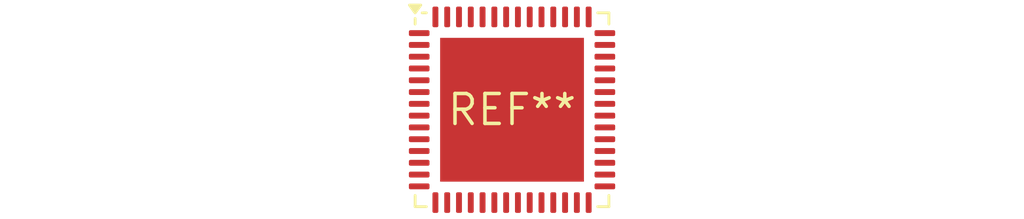
<source format=kicad_pcb>
(kicad_pcb (version 20240108) (generator pcbnew)
  (layers (0 "F.Cu" signal) (31 "B.Cu" signal) (34 "B.Paste" user) (35 "F.Paste" user) (36 "B.SilkS" user "B.Silkscreen") (37 "F.SilkS" user "F.Silkscreen") (38 "B.Mask" user) (39 "F.Mask" user) (44 "Edge.Cuts" user))
  (net 0 "")
  (footprint "QFN-56-1EP_8x8mm_P0.5mm_EP6.1x6.1mm" (layer "F.Cu") (at 0 0)
    (property "Reference" "REF**")
    (property "Value" "QFN-56-1EP_8x8mm_P0.5mm_EP6.1x6.1mm")
    (fp_line (start -4.11 -3.635) (end -4.11 -3.87) (layer "F.SilkS") (stroke (width 0.12)))
    (fp_line (start -4.11 4.11) (end -4.11 3.635) (layer "F.SilkS") (stroke (width 0.12)))
    (fp_line (start -3.635 -4.11) (end -3.81 -4.11) (layer "F.SilkS") (stroke (width 0.12)))
    (fp_line (start -3.635 4.11) (end -4.11 4.11) (layer "F.SilkS") (stroke (width 0.12)))
    (fp_line (start 3.635 -4.11) (end 4.11 -4.11) (layer "F.SilkS") (stroke (width 0.12)))
    (fp_line (start 3.635 4.11) (end 4.11 4.11) (layer "F.SilkS") (stroke (width 0.12)))
    (fp_line (start 4.11 -4.11) (end 4.11 -3.635) (layer "F.SilkS") (stroke (width 0.12)))
    (fp_line (start 4.11 4.11) (end 4.11 3.635) (layer "F.SilkS") (stroke (width 0.12)))
    (fp_poly (pts (xy -4.11 -4.11) (xy -4.35 -4.44) (xy -3.87 -4.44) (xy -4.11 -4.11)) (layer "F.SilkS") (stroke (width 0.12)) (fill solid))
    (pad "1" smd roundrect (at -3.9375 -3.25) (size 0.875 0.25) (layers "F.Cu" "F.Paste" "F.Mask"))
    (pad "2" smd roundrect (at -3.9375 -2.75) (size 0.875 0.25) (layers "F.Cu" "F.Paste" "F.Mask"))
    (pad "3" smd roundrect (at -3.9375 -2.25) (size 0.875 0.25) (layers "F.Cu" "F.Paste" "F.Mask"))
    (pad "4" smd roundrect (at -3.9375 -1.75) (size 0.875 0.25) (layers "F.Cu" "F.Paste" "F.Mask"))
    (pad "5" smd roundrect (at -3.9375 -1.25) (size 0.875 0.25) (layers "F.Cu" "F.Paste" "F.Mask"))
    (pad "6" smd roundrect (at -3.9375 -0.75) (size 0.875 0.25) (layers "F.Cu" "F.Paste" "F.Mask"))
    (pad "7" smd roundrect (at -3.9375 -0.25) (size 0.875 0.25) (layers "F.Cu" "F.Paste" "F.Mask"))
    (pad "8" smd roundrect (at -3.9375 0.25) (size 0.875 0.25) (layers "F.Cu" "F.Paste" "F.Mask"))
    (pad "9" smd roundrect (at -3.9375 0.75) (size 0.875 0.25) (layers "F.Cu" "F.Paste" "F.Mask"))
    (pad "10" smd roundrect (at -3.9375 1.25) (size 0.875 0.25) (layers "F.Cu" "F.Paste" "F.Mask"))
    (pad "11" smd roundrect (at -3.9375 1.75) (size 0.875 0.25) (layers "F.Cu" "F.Paste" "F.Mask"))
    (pad "12" smd roundrect (at -3.9375 2.25) (size 0.875 0.25) (layers "F.Cu" "F.Paste" "F.Mask"))
    (pad "13" smd roundrect (at -3.9375 2.75) (size 0.875 0.25) (layers "F.Cu" "F.Paste" "F.Mask"))
    (pad "14" smd roundrect (at -3.9375 3.25) (size 0.875 0.25) (layers "F.Cu" "F.Paste" "F.Mask"))
    (pad "15" smd roundrect (at -3.25 3.9375) (size 0.25 0.875) (layers "F.Cu" "F.Paste" "F.Mask"))
    (pad "16" smd roundrect (at -2.75 3.9375) (size 0.25 0.875) (layers "F.Cu" "F.Paste" "F.Mask"))
    (pad "17" smd roundrect (at -2.25 3.9375) (size 0.25 0.875) (layers "F.Cu" "F.Paste" "F.Mask"))
    (pad "18" smd roundrect (at -1.75 3.9375) (size 0.25 0.875) (layers "F.Cu" "F.Paste" "F.Mask"))
    (pad "19" smd roundrect (at -1.25 3.9375) (size 0.25 0.875) (layers "F.Cu" "F.Paste" "F.Mask"))
    (pad "20" smd roundrect (at -0.75 3.9375) (size 0.25 0.875) (layers "F.Cu" "F.Paste" "F.Mask"))
    (pad "21" smd roundrect (at -0.25 3.9375) (size 0.25 0.875) (layers "F.Cu" "F.Paste" "F.Mask"))
    (pad "22" smd roundrect (at 0.25 3.9375) (size 0.25 0.875) (layers "F.Cu" "F.Paste" "F.Mask"))
    (pad "23" smd roundrect (at 0.75 3.9375) (size 0.25 0.875) (layers "F.Cu" "F.Paste" "F.Mask"))
    (pad "24" smd roundrect (at 1.25 3.9375) (size 0.25 0.875) (layers "F.Cu" "F.Paste" "F.Mask"))
    (pad "25" smd roundrect (at 1.75 3.9375) (size 0.25 0.875) (layers "F.Cu" "F.Paste" "F.Mask"))
    (pad "26" smd roundrect (at 2.25 3.9375) (size 0.25 0.875) (layers "F.Cu" "F.Paste" "F.Mask"))
    (pad "27" smd roundrect (at 2.75 3.9375) (size 0.25 0.875) (layers "F.Cu" "F.Paste" "F.Mask"))
    (pad "28" smd roundrect (at 3.25 3.9375) (size 0.25 0.875) (layers "F.Cu" "F.Paste" "F.Mask"))
    (pad "29" smd roundrect (at 3.9375 3.25) (size 0.875 0.25) (layers "F.Cu" "F.Paste" "F.Mask"))
    (pad "30" smd roundrect (at 3.9375 2.75) (size 0.875 0.25) (layers "F.Cu" "F.Paste" "F.Mask"))
    (pad "31" smd roundrect (at 3.9375 2.25) (size 0.875 0.25) (layers "F.Cu" "F.Paste" "F.Mask"))
    (pad "32" smd roundrect (at 3.9375 1.75) (size 0.875 0.25) (layers "F.Cu" "F.Paste" "F.Mask"))
    (pad "33" smd roundrect (at 3.9375 1.25) (size 0.875 0.25) (layers "F.Cu" "F.Paste" "F.Mask"))
    (pad "34" smd roundrect (at 3.9375 0.75) (size 0.875 0.25) (layers "F.Cu" "F.Paste" "F.Mask"))
    (pad "35" smd roundrect (at 3.9375 0.25) (size 0.875 0.25) (layers "F.Cu" "F.Paste" "F.Mask"))
    (pad "36" smd roundrect (at 3.9375 -0.25) (size 0.875 0.25) (layers "F.Cu" "F.Paste" "F.Mask"))
    (pad "37" smd roundrect (at 3.9375 -0.75) (size 0.875 0.25) (layers "F.Cu" "F.Paste" "F.Mask"))
    (pad "38" smd roundrect (at 3.9375 -1.25) (size 0.875 0.25) (layers "F.Cu" "F.Paste" "F.Mask"))
    (pad "39" smd roundrect (at 3.9375 -1.75) (size 0.875 0.25) (layers "F.Cu" "F.Paste" "F.Mask"))
    (pad "40" smd roundrect (at 3.9375 -2.25) (size 0.875 0.25) (layers "F.Cu" "F.Paste" "F.Mask"))
    (pad "41" smd roundrect (at 3.9375 -2.75) (size 0.875 0.25) (layers "F.Cu" "F.Paste" "F.Mask"))
    (pad "42" smd roundrect (at 3.9375 -3.25) (size 0.875 0.25) (layers "F.Cu" "F.Paste" "F.Mask"))
    (pad "43" smd roundrect (at 3.25 -3.9375) (size 0.25 0.875) (layers "F.Cu" "F.Paste" "F.Mask"))
    (pad "44" smd roundrect (at 2.75 -3.9375) (size 0.25 0.875) (layers "F.Cu" "F.Paste" "F.Mask"))
    (pad "45" smd roundrect (at 2.25 -3.9375) (size 0.25 0.875) (layers "F.Cu" "F.Paste" "F.Mask"))
    (pad "46" smd roundrect (at 1.75 -3.9375) (size 0.25 0.875) (layers "F.Cu" "F.Paste" "F.Mask"))
    (pad "47" smd roundrect (at 1.25 -3.9375) (size 0.25 0.875) (layers "F.Cu" "F.Paste" "F.Mask"))
    (pad "48" smd roundrect (at 0.75 -3.9375) (size 0.25 0.875) (layers "F.Cu" "F.Paste" "F.Mask"))
    (pad "49" smd roundrect (at 0.25 -3.9375) (size 0.25 0.875) (layers "F.Cu" "F.Paste" "F.Mask"))
    (pad "50" smd roundrect (at -0.25 -3.9375) (size 0.25 0.875) (layers "F.Cu" "F.Paste" "F.Mask"))
    (pad "51" smd roundrect (at -0.75 -3.9375) (size 0.25 0.875) (layers "F.Cu" "F.Paste" "F.Mask"))
    (pad "52" smd roundrect (at -1.25 -3.9375) (size 0.25 0.875) (layers "F.Cu" "F.Paste" "F.Mask"))
    (pad "53" smd roundrect (at -1.75 -3.9375) (size 0.25 0.875) (layers "F.Cu" "F.Paste" "F.Mask"))
    (pad "54" smd roundrect (at -2.25 -3.9375) (size 0.25 0.875) (layers "F.Cu" "F.Paste" "F.Mask"))
    (pad "55" smd roundrect (at -2.75 -3.9375) (size 0.25 0.875) (layers "F.Cu" "F.Paste" "F.Mask"))
    (pad "56" smd roundrect (at -3.25 -3.9375) (size 0.25 0.875) (layers "F.Cu" "F.Paste" "F.Mask"))
    (pad "57" smd rect (at 0 0) (size 6.1 6.1) (property pad_prop_heatsink) (layers "F.Cu" "F.Mask"))
  )
)
</source>
